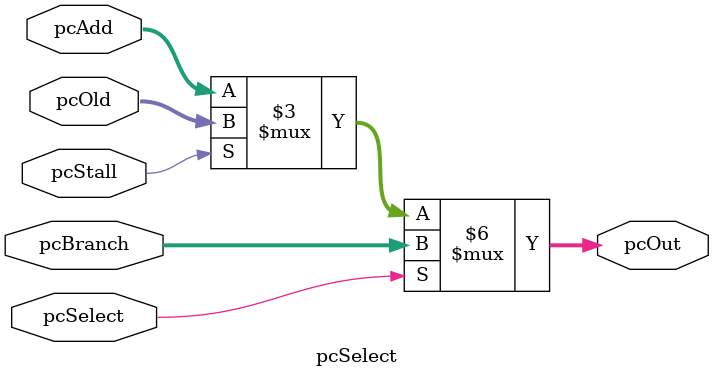
<source format=sv>
module pcSelect(
    /*  
        control signals
    */
    input   logic           pcSelect, 
    input   logic           pcStall, 

    /*  
        Corresponding pc signals
    */
    input   logic   [31:0]  pcAdd,
    input   logic   [31:0]  pcBranch,
    input   logic   [31:0]  pcOld,

    /*  
        Ouput
    */
    output  logic   [31:0]  pcOut
    );   

    /*  
        Select the pc to be used for the next instruction
        depending on the following conditions:
        - pcSelect = 1
            If branch or jump is to be taken
        - pcStall = 1
            if it is required to stall the pipeline
        else
            pcOut = pc + 4
    */
    always_comb begin : pcSelectBlock 
        if (pcSelect) begin
            pcOut <= pcBranch;
        end
        else if (pcStall) begin
            pcOut <= pcOld;            
        end
        else begin
            pcOut <= pcAdd;
        end
    end

endmodule
</source>
